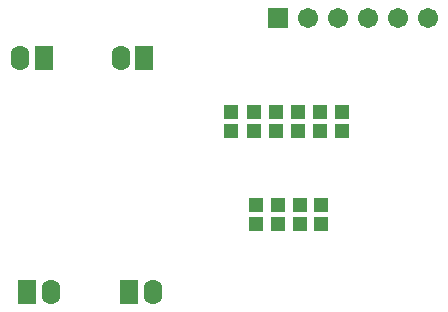
<source format=gbs>
G04*
G04 #@! TF.GenerationSoftware,Altium Limited,Altium Designer,18.1.6 (161)*
G04*
G04 Layer_Color=16711935*
%FSLAX25Y25*%
%MOIN*%
G70*
G01*
G75*
%ADD26R,0.04540X0.04737*%
%ADD32C,0.06706*%
%ADD33R,0.06706X0.06706*%
%ADD34O,0.06300X0.08300*%
%ADD35R,0.06300X0.08300*%
D26*
X479000Y380350D02*
D03*
Y386650D02*
D03*
X471897Y380350D02*
D03*
Y386650D02*
D03*
X464500Y380350D02*
D03*
Y386650D02*
D03*
X457397Y380350D02*
D03*
Y386650D02*
D03*
X449000Y417650D02*
D03*
Y411350D02*
D03*
X456500Y417650D02*
D03*
Y411350D02*
D03*
X464000Y417650D02*
D03*
Y411350D02*
D03*
X471103Y417650D02*
D03*
Y411350D02*
D03*
X478603Y417650D02*
D03*
Y411350D02*
D03*
X486000Y417650D02*
D03*
Y411350D02*
D03*
D32*
X514500Y449000D02*
D03*
X504500D02*
D03*
X494500D02*
D03*
X484500D02*
D03*
X474500D02*
D03*
D33*
X464500D02*
D03*
D34*
X422874Y357500D02*
D03*
X412126Y435500D02*
D03*
X388874Y357500D02*
D03*
X378626Y435500D02*
D03*
D35*
X415000Y357500D02*
D03*
X420000Y435500D02*
D03*
X381000Y357500D02*
D03*
X386500Y435500D02*
D03*
M02*

</source>
